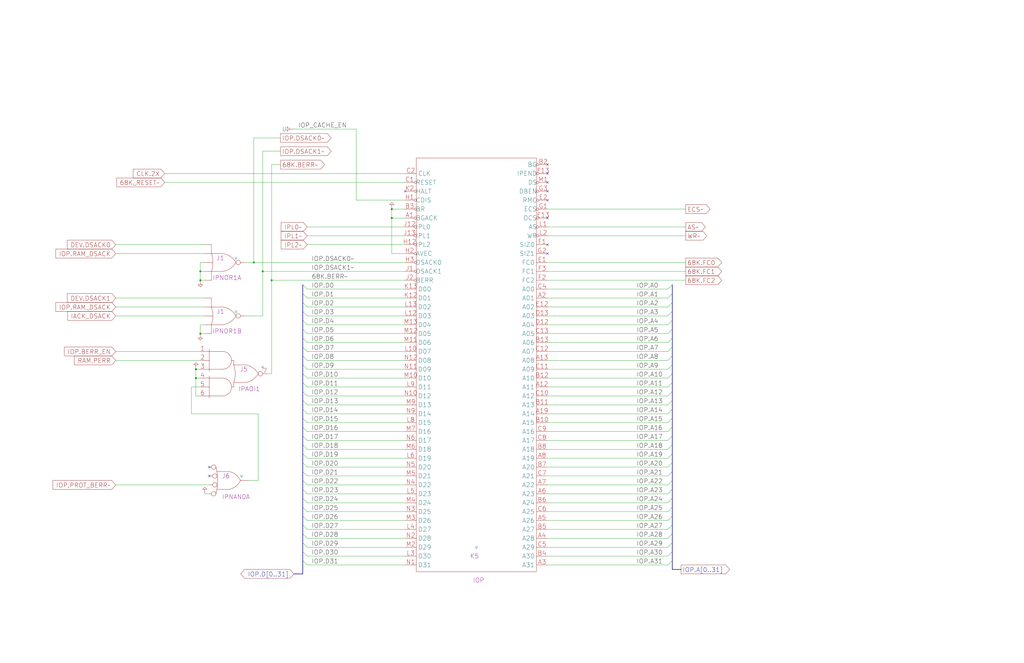
<source format=kicad_sch>
(kicad_sch (version 20220404) (generator eeschema)
  (paper "User" 584.2 378.46)
  (title_block (title "IOP\\n68020") (date "22-SEP-90") (rev "2.0") (comment 1 "IOC") (comment 2 "232-003061") (comment 3 "S400") (comment 4 "RELEASED"))
  (lib_symbols
    (symbol "r1000:68020" (pin_names (offset 1.016))
      (property "Reference" "U" (at 2.54 5.08 0))
      (property "Value" "68020" (at -3.81 -5.08 0))
      (property "Location" "___" (at -1.27 0 0))
      (property "Name" "______" (at 3.81 -15.24 0))
      (symbol "68020_1_1"
        (circle (center -32.385 157.48) (radius 0.635))
        (circle (center -32.385 162.56) (radius 0.635))
        (circle (center -32.385 167.64) (radius 0.635))
        (circle (center -32.385 172.72) (radius 0.635))
        (circle (center -32.385 177.8) (radius 0.635))
        (circle (center -32.385 182.88) (radius 0.635))
        (circle (center -32.385 187.96) (radius 0.635))
        (circle (center -32.385 193.04) (radius 0.635))
        (circle (center -32.385 198.12) (radius 0.635))
        (circle (center -32.385 203.2) (radius 0.635))
        (circle (center -32.385 208.28) (radius 0.635))
        (circle (center -32.385 213.36) (radius 0.635))
        (rectangle (start -31.75 227.33) (end 36.83 -8.89))
        (circle (center 37.465 182.88) (radius 0.635))
        (circle (center 37.465 187.96) (radius 0.635))
        (circle (center 37.465 193.04) (radius 0.635))
        (circle (center 37.465 198.12) (radius 0.635))
        (circle (center 37.465 203.2) (radius 0.635))
        (circle (center 37.465 208.28) (radius 0.635))
        (circle (center 37.465 213.36) (radius 0.635))
        (circle (center 37.465 218.44) (radius 0.635))
        (circle (center 37.465 223.52) (radius 0.635))
        (pin input line (at -38.1 193.04 0) (length 5.08) (name "BGACK") (number "A1"))
        (pin output line (at 43.18 96.52 180) (length 6.35) (name "A11") (number "A12"))
        (pin output line (at 43.18 111.76 180) (length 6.35) (name "A08") (number "A13"))
        (pin output line (at 43.18 81.28 180) (length 6.35) (name "A14") (number "A19"))
        (pin output line (at 43.18 147.32 180) (length 6.35) (name "A01") (number "A2"))
        (pin output line (at 43.18 -5.08 180) (length 6.35) (name "A31") (number "A3"))
        (pin output line (at 43.18 10.16 180) (length 6.35) (name "A28") (number "A4"))
        (pin output line (at 43.18 20.32 180) (length 6.35) (name "A26") (number "A5"))
        (pin output line (at 43.18 35.56 180) (length 6.35) (name "A23") (number "A6"))
        (pin output line (at 43.18 40.64 180) (length 6.35) (name "A22") (number "A7"))
        (pin output line (at 43.18 55.88 180) (length 6.35) (name "A19") (number "A8"))
        (pin output line (at 43.18 76.2 180) (length 6.35) (name "A15") (number "B10"))
        (pin output line (at 43.18 86.36 180) (length 6.35) (name "A13") (number "B11"))
        (pin output line (at 43.18 101.6 180) (length 6.35) (name "A10") (number "B12"))
        (pin output line (at 43.18 121.92 180) (length 6.35) (name "A06") (number "B13"))
        (pin output line (at 43.18 223.52 180) (length 5.08) (name "BG") (number "B2"))
        (pin input line (at -38.1 198.12 0) (length 5.08) (name "BR") (number "B3"))
        (pin output line (at 43.18 0 180) (length 6.35) (name "A30") (number "B4"))
        (pin output line (at 43.18 15.24 180) (length 6.35) (name "A27") (number "B5"))
        (pin output line (at 43.18 30.48 180) (length 6.35) (name "A24") (number "B6"))
        (pin output line (at 43.18 50.8 180) (length 6.35) (name "A20") (number "B7"))
        (pin output line (at 43.18 60.96 180) (length 6.35) (name "A18") (number "B8"))
        (pin input line (at -38.1 213.36 0) (length 5.08) (name "RESET") (number "C1"))
        (pin output line (at 43.18 91.44 180) (length 6.35) (name "A12") (number "C10"))
        (pin output line (at 43.18 106.68 180) (length 6.35) (name "A09") (number "C11"))
        (pin output line (at 43.18 116.84 180) (length 6.35) (name "A07") (number "C12"))
        (pin output line (at 43.18 127 180) (length 6.35) (name "A05") (number "C13"))
        (pin input line (at -38.1 218.44 0) (length 6.35) (name "CLK") (number "C2"))
        (pin output line (at 43.18 152.4 180) (length 6.35) (name "A00") (number "C4"))
        (pin output line (at 43.18 5.08 180) (length 6.35) (name "A29") (number "C5"))
        (pin output line (at 43.18 25.4 180) (length 6.35) (name "A25") (number "C6"))
        (pin output line (at 43.18 45.72 180) (length 6.35) (name "A21") (number "C7"))
        (pin output line (at 43.18 66.04 180) (length 6.35) (name "A17") (number "C8"))
        (pin output line (at 43.18 71.12 180) (length 6.35) (name "A16") (number "C9"))
        (pin output line (at 43.18 132.08 180) (length 6.35) (name "A04") (number "D12"))
        (pin output line (at 43.18 137.16 180) (length 6.35) (name "A03") (number "D13"))
        (pin output line (at 43.18 167.64 180) (length 6.35) (name "FC0") (number "E1"))
        (pin output line (at 43.18 142.24 180) (length 6.35) (name "A02") (number "E12"))
        (pin output line (at 43.18 193.04 180) (length 5.08) (name "OCS") (number "E13"))
        (pin output line (at 43.18 203.2 180) (length 5.08) (name "RMC") (number "E2"))
        (pin output line (at 43.18 177.8 180) (length 6.35) (name "SIZ0") (number "F1"))
        (pin output line (at 43.18 218.44 180) (length 5.08) (name "IPEND") (number "F13"))
        (pin output line (at 43.18 157.48 180) (length 6.35) (name "FC2") (number "F2"))
        (pin output line (at 43.18 162.56 180) (length 6.35) (name "FC1") (number "F3"))
        (pin output line (at 43.18 198.12 180) (length 5.08) (name "ECS") (number "G1"))
        (pin output line (at 43.18 172.72 180) (length 6.35) (name "SIZ1") (number "G2"))
        (pin output line (at 43.18 208.28 180) (length 5.08) (name "DBEN") (number "G3"))
        (pin input line (at -38.1 203.2 0) (length 5.08) (name "CDIS") (number "H1"))
        (pin input line (at -38.1 177.8 0) (length 5.08) (name "IPL2") (number "H12"))
        (pin input line (at -38.1 172.72 0) (length 5.08) (name "AVEC") (number "H2"))
        (pin input line (at -38.1 167.64 0) (length 5.08) (name "DSACK0") (number "H3"))
        (pin input line (at -38.1 162.56 0) (length 5.08) (name "DSACK1") (number "J1"))
        (pin input line (at -38.1 187.96 0) (length 5.08) (name "IPL0") (number "J12"))
        (pin input line (at -38.1 182.88 0) (length 5.08) (name "IPL1") (number "J13"))
        (pin input line (at -38.1 157.48 0) (length 5.08) (name "BERR") (number "J2"))
        (pin bidirectional line (at -38.1 147.32 0) (length 6.35) (name "D01") (number "K12"))
        (pin bidirectional line (at -38.1 152.4 0) (length 6.35) (name "D00") (number "K13"))
        (pin open_collector line (at -38.1 208.28 0) (length 5.08) (name "HALT") (number "K2"))
        (pin output line (at 43.18 187.96 180) (length 5.08) (name "AS") (number "L1"))
        (pin bidirectional line (at -38.1 116.84 0) (length 6.35) (name "D07") (number "L10"))
        (pin bidirectional line (at -38.1 137.16 0) (length 6.35) (name "D03") (number "L12"))
        (pin bidirectional line (at -38.1 142.24 0) (length 6.35) (name "D02") (number "L13"))
        (pin output line (at 43.18 182.88 180) (length 5.08) (name "WR") (number "L2"))
        (pin bidirectional line (at -38.1 0 0) (length 6.35) (name "D30") (number "L3"))
        (pin bidirectional line (at -38.1 15.24 0) (length 6.35) (name "D27") (number "L4"))
        (pin bidirectional line (at -38.1 35.56 0) (length 6.35) (name "D23") (number "L5"))
        (pin bidirectional line (at -38.1 55.88 0) (length 6.35) (name "D19") (number "L6"))
        (pin bidirectional line (at -38.1 76.2 0) (length 6.35) (name "D15") (number "L8"))
        (pin bidirectional line (at -38.1 96.52 0) (length 6.35) (name "D11") (number "L9"))
        (pin output line (at 43.18 213.36 180) (length 5.08) (name "DS") (number "M1"))
        (pin bidirectional line (at -38.1 101.6 0) (length 6.35) (name "D10") (number "M10"))
        (pin bidirectional line (at -38.1 121.92 0) (length 6.35) (name "D06") (number "M11"))
        (pin bidirectional line (at -38.1 127 0) (length 6.35) (name "D05") (number "M12"))
        (pin bidirectional line (at -38.1 132.08 0) (length 6.35) (name "D04") (number "M13"))
        (pin bidirectional line (at -38.1 5.08 0) (length 6.35) (name "D29") (number "M2"))
        (pin bidirectional line (at -38.1 20.32 0) (length 6.35) (name "D26") (number "M3"))
        (pin bidirectional line (at -38.1 30.48 0) (length 6.35) (name "D24") (number "M4"))
        (pin bidirectional line (at -38.1 45.72 0) (length 6.35) (name "D21") (number "M5"))
        (pin bidirectional line (at -38.1 60.96 0) (length 6.35) (name "D18") (number "M6"))
        (pin bidirectional line (at -38.1 71.12 0) (length 6.35) (name "D16") (number "M7"))
        (pin bidirectional line (at -38.1 86.36 0) (length 6.35) (name "D13") (number "M9"))
        (pin bidirectional line (at -38.1 -5.08 0) (length 6.35) (name "D31") (number "N1"))
        (pin bidirectional line (at -38.1 91.44 0) (length 6.35) (name "D12") (number "N10"))
        (pin bidirectional line (at -38.1 106.68 0) (length 6.35) (name "D09") (number "N11"))
        (pin bidirectional line (at -38.1 111.76 0) (length 6.35) (name "D08") (number "N12"))
        (pin bidirectional line (at -38.1 10.16 0) (length 6.35) (name "D28") (number "N2"))
        (pin bidirectional line (at -38.1 25.4 0) (length 6.35) (name "D25") (number "N3"))
        (pin bidirectional line (at -38.1 40.64 0) (length 6.35) (name "D22") (number "N4"))
        (pin bidirectional line (at -38.1 50.8 0) (length 6.35) (name "D20") (number "N5"))
        (pin bidirectional line (at -38.1 66.04 0) (length 6.35) (name "D17") (number "N6"))
        (pin bidirectional line (at -38.1 81.28 0) (length 6.35) (name "D14") (number "N9"))
      )
    )
    (symbol "r1000:F20" (pin_numbers hide) (pin_names hide)
      (property "Reference" "U" (at 8.255 2.54 0))
      (property "Value" "F20" (at -0.635 -2.54 0))
      (property "Location" "___" (at -0.635 2.54 0))
      (property "Name" "______" (at 5.08 -10.795 0))
      (symbol "F20_0_1"
        (polyline (pts (xy -5.08 -5.08) (xy -5.08 -7.62)) (stroke (width 0.1524)))
        (polyline (pts (xy -5.08 5.08) (xy -5.08 -5.08)) (stroke (width 0.1524)))
        (polyline (pts (xy -5.08 7.62) (xy -5.08 5.08)) (stroke (width 0.1524)))
        (polyline (pts (xy 2.54 -5.08) (xy -5.08 -5.08)) (stroke (width 0.1524)))
        (polyline (pts (xy 2.54 5.08) (xy -5.08 5.08)) (stroke (width 0.1524)))
        (arc (start 2.54 -5.08) (mid 7.5882 0) (end 2.54 5.08) (stroke (width 0.1524)))
        (circle (center 8.89 0) (radius 1.27) (stroke (width 0.1524)))
      )
      (symbol "F20_0_2"
        (circle (center -7.62 -7.62) (radius 1.27) (stroke (width 0.1524)))
        (circle (center -7.62 7.62) (radius 1.27) (stroke (width 0.1524)))
        (circle (center -6.985 -2.54) (radius 1.27) (stroke (width 0.1524)))
        (circle (center -6.985 2.54) (radius 1.27) (stroke (width 0.1524)))
        (arc (start -6.35 -7.62) (mid -5.3975 0) (end -6.35 7.62) (stroke (width 0.1524)))
        (polyline (pts (xy -5.715 -5.08) (xy 1.27 -5.08)) (stroke (width 0.1524)))
        (polyline (pts (xy -5.715 5.08) (xy 1.27 5.08)) (stroke (width 0.1524)))
        (arc (start 1.27 -5.08) (mid 5.0518 -3.2985) (end 7.62 0) (stroke (width 0.1524)))
        (arc (start 7.62 0) (mid 5.0518 3.2985) (end 1.27 5.08) (stroke (width 0.1524)))
      )
      (symbol "F20_1_1"
        (pin input line (at -10.16 7.62 0) (length 5.08) (name "D0") (number "1"))
        (pin input line (at -10.16 2.54 0) (length 5.08) (name "D1") (number "2"))
        (pin input line (at -10.16 -2.54 0) (length 5.08) (name "D2") (number "4"))
        (pin input line (at -10.16 -7.62 0) (length 5.08) (name "D3") (number "5"))
        (pin output line (at 12.7 0 180) (length 2.54) (name "Q") (number "6"))
      )
      (symbol "F20_1_2"
        (pin input line (at -10.16 7.62 0) (length 1.27) (name "D0") (number "1"))
        (pin input line (at -10.16 2.54 0) (length 1.905) (name "D1") (number "2"))
        (pin input line (at -10.16 -2.54 0) (length 1.905) (name "D2") (number "4"))
        (pin input line (at -10.16 -7.62 0) (length 1.27) (name "D3") (number "5"))
        (pin output line (at 12.7 0 180) (length 5.08) (name "Q") (number "6"))
      )
    )
    (symbol "r1000:F260" (pin_numbers hide) (pin_names hide)
      (property "Reference" "U" (at 10.16 0 0))
      (property "Value" "F260" (at 1.905 -5.715 0))
      (property "Location" "___" (at 1.27 0 0))
      (property "Name" "______" (at 5.08 -12.7 0))
      (symbol "F260_0_1"
        (arc (start -3.8173 -7.62) (mid -2.9926 -2.54) (end -3.8173 2.54) (stroke (width 0.1524)))
        (polyline (pts (xy -5.08 -7.62) (xy -3.81 -7.62)) (stroke (width 0.1524)))
        (polyline (pts (xy -5.08 -2.54) (xy -3.0226 -2.54)) (stroke (width 0.1524)))
        (polyline (pts (xy -5.08 2.54) (xy -3.81 2.54)) (stroke (width 0.1524)))
        (polyline (pts (xy -3.81 -7.62) (xy 2.54 -7.62)) (stroke (width 0.1524)))
        (polyline (pts (xy -3.81 2.54) (xy 2.54 2.54)) (stroke (width 0.1524)))
        (polyline (pts (xy -5.08 -12.7) (xy -3.81 -12.7) (xy -3.81 -7.62)) (stroke (width 0.1524)))
        (polyline (pts (xy -5.08 7.62) (xy -3.81 7.62) (xy -3.81 2.54)) (stroke (width 0.1524)))
        (arc (start 2.54 -7.62) (mid 6.9504 -5.9805) (end 10.16 -2.54) (stroke (width 0.1524)))
        (arc (start 10.16 -2.54) (mid 6.9516 0.9024) (end 2.54 2.54) (stroke (width 0.1524)))
        (circle (center 11.43 -2.54) (radius 1.27) (stroke (width 0.1524)))
      )
      (symbol "F260_0_2"
        (circle (center -6.35 -12.7) (radius 1.27) (stroke (width 0.1524)))
        (circle (center -6.35 -7.62) (radius 1.27) (stroke (width 0.1524)))
        (circle (center -6.35 -2.54) (radius 1.27) (stroke (width 0.1524)))
        (circle (center -6.35 2.54) (radius 1.27) (stroke (width 0.1524)))
        (circle (center -6.35 7.62) (radius 1.27) (stroke (width 0.1524)))
        (polyline (pts (xy -5.08 -13.97) (xy -5.08 8.89)) (stroke (width 0.1524)))
        (polyline (pts (xy -5.08 -7.62) (xy 2.54 -7.62)) (stroke (width 0.1524)))
        (polyline (pts (xy -5.08 2.54) (xy 2.54 2.54)) (stroke (width 0.1524)))
        (arc (start 2.54 2.54) (mid -1.0521 -6.1321) (end 7.62 -2.54) (stroke (width 0.1524)))
        (arc (start 7.62 -2.54) (mid -1.0521 1.0521) (end 2.54 -7.62) (stroke (width 0.1524)))
      )
      (symbol "F260_1_1"
        (pin input line (at -7.62 -2.54 0) (length 2.54) (name "D2") (number "1"))
        (pin input line (at -7.62 7.62 0) (length 2.54) (name "D0") (number "12"))
        (pin input line (at -7.62 2.54 0) (length 2.54) (name "D1") (number "13"))
        (pin input line (at -7.62 -7.62 0) (length 2.54) (name "D3") (number "2"))
        (pin input line (at -7.62 -12.7 0) (length 2.54) (name "D4") (number "3"))
        (pin output line (at 15.24 -2.54 180) (length 2.54) (name "Q") (number "5"))
      )
      (symbol "F260_1_2"
        (pin input line (at -7.62 -2.54 0) (length 0) (name "D2") (number "1"))
        (pin input line (at -7.62 7.62 0) (length 0) (name "D0") (number "12"))
        (pin input line (at -7.62 2.54 0) (length 0) (name "D1") (number "13"))
        (pin input line (at -7.62 -7.62 0) (length 0) (name "D3") (number "2"))
        (pin input line (at -7.62 -12.7 0) (length 0) (name "D4") (number "3"))
        (pin output line (at 15.24 -2.54 180) (length 7.62) (name "Q") (number "5"))
      )
    )
    (symbol "r1000:F51" (pin_names hide)
      (property "Reference" "U" (at 12.7 1.27 0))
      (property "Value" "F51" (at 1.905 -5.08 0))
      (property "Location" "___" (at 1.905 0 0))
      (property "Name" "______" (at 5.08 -12.7 0))
      (symbol "F51_0_0"
        (arc (start -10.16 -15.24) (mid -6.5679 -13.7521) (end -5.08 -10.16) (stroke (width 0.1524)))
        (arc (start -10.16 0) (mid -6.5679 1.4879) (end -5.08 5.08) (stroke (width 0.1524)))
        (arc (start -5.08 -10.16) (mid -6.5679 -6.5679) (end -10.16 -5.08) (stroke (width 0.1524)))
        (arc (start -5.08 5.08) (mid -6.5679 8.6721) (end -10.16 10.16) (stroke (width 0.1524)))
        (arc (start -3.8173 -7.62) (mid -2.9926 -2.54) (end -3.8173 2.54) (stroke (width 0.1524)))
        (polyline (pts (xy -20.32 -15.24) (xy -17.78 -15.24)) (stroke (width 0.1524)))
        (polyline (pts (xy -20.32 -10.16) (xy -17.78 -10.16)) (stroke (width 0.1524)))
        (polyline (pts (xy -20.32 -5.08) (xy -17.78 -5.08)) (stroke (width 0.1524)))
        (polyline (pts (xy -20.32 0) (xy -17.78 0)) (stroke (width 0.1524)))
        (polyline (pts (xy -20.32 5.08) (xy -17.78 5.08)) (stroke (width 0.1524)))
        (polyline (pts (xy -20.32 10.16) (xy -17.78 10.16)) (stroke (width 0.1524)))
        (polyline (pts (xy -17.78 -3.81) (xy -17.78 -16.51)) (stroke (width 0.1524)))
        (polyline (pts (xy -17.78 11.43) (xy -17.78 -1.27)) (stroke (width 0.1524)))
        (polyline (pts (xy -10.16 -15.24) (xy -17.78 -15.24)) (stroke (width 0.1524)))
        (polyline (pts (xy -10.16 -5.08) (xy -17.78 -5.08)) (stroke (width 0.1524)))
        (polyline (pts (xy -10.16 0) (xy -17.78 0)) (stroke (width 0.1524)))
        (polyline (pts (xy -10.16 10.16) (xy -17.78 10.16)) (stroke (width 0.1524)))
        (polyline (pts (xy -3.81 -7.62) (xy 2.54 -7.62)) (stroke (width 0.1524)))
        (polyline (pts (xy -3.81 2.54) (xy 2.54 2.54)) (stroke (width 0.1524)))
        (polyline (pts (xy -5.08 -10.16) (xy -3.81 -10.16) (xy -3.81 -7.62)) (stroke (width 0.1524)))
        (polyline (pts (xy -5.08 5.08) (xy -3.81 5.08) (xy -3.81 2.54)) (stroke (width 0.1524)))
        (arc (start 2.54 -7.62) (mid 6.9504 -5.9805) (end 10.16 -2.54) (stroke (width 0.1524)))
        (arc (start 10.16 -2.54) (mid 6.9516 0.9024) (end 2.54 2.54) (stroke (width 0.1524)))
        (circle (center 11.43 -2.54) (radius 1.27) (stroke (width 0.1524)))
      )
      (symbol "F51_1_1"
        (pin input line (at -22.86 10.16 0) (length 2.54) (name "A1") (number "1"))
        (pin input line (at -22.86 5.08 0) (length 2.54) (name "A2") (number "2"))
        (pin input line (at -22.86 0 0) (length 2.54) (name "A3") (number "3"))
        (pin input line (at -22.86 -5.08 0) (length 2.54) (name "B1") (number "4"))
        (pin input line (at -22.86 -10.16 0) (length 2.54) (name "B2") (number "5"))
        (pin input line (at -22.86 -15.24 0) (length 2.54) (name "B3") (number "6"))
        (pin output line (at 15.24 -2.54 180) (length 2.54) (name "Q") (number "7"))
      )
    )
    (symbol "r1000:GB" (pin_numbers hide) (pin_names (offset 0) hide)
      (property "Reference" "GB" (at 3.81 0 0))
      (symbol "GB_0_1"
        (polyline (pts (xy 2.54 0) (xy 3.81 1.27) (xy 3.81 -1.27) (xy 2.54 0)) (stroke (width 0.1524)))
      )
      (symbol "GB_1_1"
        (pin bidirectional line (at 0 0 0) (length 2.54) (name "") (number "1"))
      )
    )
    (symbol "r1000:PD" (power) (pin_numbers hide) (pin_names hide) (in_bom no)
      (symbol "PD_0_1"
        (polyline (pts (xy 0 -2.54) (xy 1.27 -2.54) (xy 0 -3.81) (xy -1.27 -2.54) (xy 0 -2.54)) (stroke (width 0.1524)))
      )
      (symbol "PD_1_1"
        (pin power_in line (at 0 0 270) (length 2.54) (name "PD") (number "1"))
      )
    )
    (symbol "r1000:PU" (power) (pin_numbers hide) (pin_names hide)
      (symbol "PU_0_1"
        (polyline (pts (xy 0 2.54) (xy -1.27 2.54) (xy 0 3.81) (xy 1.27 2.54) (xy 0 2.54)) (stroke (width 0.1524)))
      )
      (symbol "PU_1_1"
        (pin power_in line (at 0 0 90) (length 2.54) (name "PU") (number "1"))
      )
    )
  )
  (junction (at 223.52 124.46))
  (junction (at 149.86 154.94))
  (junction (at 144.78 149.86))
  (junction (at 154.94 160.02))
  (junction (at 114.3 190.5))
  (junction (at 114.3 160.02))
  (junction (at 111.76 210.82))
  (junction (at 114.3 154.94))
  (junction (at 223.52 119.38))
  (junction (at 111.76 215.9))
  (no_connect (at 231.14 109.22))
  (no_connect (at 312.42 114.3))
  (no_connect (at 312.42 93.98))
  (no_connect (at 312.42 109.22))
  (no_connect (at 312.42 104.14))
  (no_connect (at 312.42 124.46))
  (no_connect (at 312.42 139.7))
  (no_connect (at 312.42 144.78))
  (no_connect (at 119.38 266.7))
  (no_connect (at 119.38 271.78))
  (no_connect (at 312.42 99.06))
  (bus_entry (at 383.54 320.04) (size -2.54 2.54))
  (bus_entry (at 383.54 203.2) (size -2.54 2.54))
  (bus_entry (at 383.54 193.04) (size -2.54 2.54))
  (bus_entry (at 172.72 177.8) (size 2.54 2.54))
  (bus_entry (at 172.72 279.4) (size 2.54 2.54))
  (bus_entry (at 383.54 228.6) (size -2.54 2.54))
  (bus_entry (at 383.54 187.96) (size -2.54 2.54))
  (bus_entry (at 383.54 299.72) (size -2.54 2.54))
  (bus_entry (at 383.54 167.64) (size -2.54 2.54))
  (bus_entry (at 172.72 198.12) (size 2.54 2.54))
  (bus_entry (at 172.72 314.96) (size 2.54 2.54))
  (bus_entry (at 383.54 309.88) (size -2.54 2.54))
  (bus_entry (at 172.72 172.72) (size 2.54 2.54))
  (bus_entry (at 383.54 172.72) (size -2.54 2.54))
  (bus_entry (at 383.54 289.56) (size -2.54 2.54))
  (bus_entry (at 172.72 187.96) (size 2.54 2.54))
  (bus_entry (at 383.54 182.88) (size -2.54 2.54))
  (bus_entry (at 383.54 254) (size -2.54 2.54))
  (bus_entry (at 383.54 304.8) (size -2.54 2.54))
  (bus_entry (at 172.72 304.8) (size 2.54 2.54))
  (bus_entry (at 172.72 294.64) (size 2.54 2.54))
  (bus_entry (at 172.72 193.04) (size 2.54 2.54))
  (bus_entry (at 383.54 248.92) (size -2.54 2.54))
  (bus_entry (at 172.72 320.04) (size 2.54 2.54))
  (bus_entry (at 172.72 309.88) (size 2.54 2.54))
  (bus_entry (at 172.72 182.88) (size 2.54 2.54))
  (bus_entry (at 383.54 259.08) (size -2.54 2.54))
  (bus_entry (at 383.54 238.76) (size -2.54 2.54))
  (bus_entry (at 383.54 243.84) (size -2.54 2.54))
  (bus_entry (at 383.54 269.24) (size -2.54 2.54))
  (bus_entry (at 383.54 208.28) (size -2.54 2.54))
  (bus_entry (at 383.54 177.8) (size -2.54 2.54))
  (bus_entry (at 172.72 208.28) (size 2.54 2.54))
  (bus_entry (at 383.54 213.36) (size -2.54 2.54))
  (bus_entry (at 383.54 162.56) (size -2.54 2.54))
  (bus_entry (at 172.72 233.68) (size 2.54 2.54))
  (bus_entry (at 383.54 274.32) (size -2.54 2.54))
  (bus_entry (at 172.72 203.2) (size 2.54 2.54))
  (bus_entry (at 172.72 259.08) (size 2.54 2.54))
  (bus_entry (at 172.72 269.24) (size 2.54 2.54))
  (bus_entry (at 172.72 248.92) (size 2.54 2.54))
  (bus_entry (at 383.54 218.44) (size -2.54 2.54))
  (bus_entry (at 383.54 284.48) (size -2.54 2.54))
  (bus_entry (at 383.54 198.12) (size -2.54 2.54))
  (bus_entry (at 383.54 223.52) (size -2.54 2.54))
  (bus_entry (at 383.54 294.64) (size -2.54 2.54))
  (bus_entry (at 383.54 279.4) (size -2.54 2.54))
  (bus_entry (at 172.72 274.32) (size 2.54 2.54))
  (bus_entry (at 172.72 243.84) (size 2.54 2.54))
  (bus_entry (at 172.72 284.48) (size 2.54 2.54))
  (bus_entry (at 172.72 299.72) (size 2.54 2.54))
  (bus_entry (at 172.72 289.56) (size 2.54 2.54))
  (bus_entry (at 172.72 213.36) (size 2.54 2.54))
  (bus_entry (at 172.72 223.52) (size 2.54 2.54))
  (bus_entry (at 172.72 218.44) (size 2.54 2.54))
  (bus_entry (at 172.72 254) (size 2.54 2.54))
  (bus_entry (at 383.54 264.16) (size -2.54 2.54))
  (bus_entry (at 383.54 233.68) (size -2.54 2.54))
  (bus_entry (at 172.72 264.16) (size 2.54 2.54))
  (bus_entry (at 172.72 167.64) (size 2.54 2.54))
  (bus_entry (at 172.72 228.6) (size 2.54 2.54))
  (bus_entry (at 172.72 162.56) (size 2.54 2.54))
  (bus_entry (at 383.54 314.96) (size -2.54 2.54))
  (bus_entry (at 172.72 238.76) (size 2.54 2.54))
  (wire (pts (xy 111.76 215.9) (xy 114.3 215.9)))
  (bus (pts (xy 383.54 279.4) (xy 383.54 284.48)))
  (bus (pts (xy 383.54 259.08) (xy 383.54 264.16)))
  (wire (pts (xy 203.2 114.3) (xy 231.14 114.3)))
  (wire (pts (xy 175.26 241.3) (xy 231.14 241.3)))
  (wire (pts (xy 312.42 266.7) (xy 381 266.7)))
  (wire (pts (xy 175.26 190.5) (xy 231.14 190.5)))
  (wire (pts (xy 312.42 180.34) (xy 381 180.34)))
  (wire (pts (xy 175.26 281.94) (xy 231.14 281.94)))
  (bus (pts (xy 383.54 213.36) (xy 383.54 218.44)))
  (bus (pts (xy 172.72 182.88) (xy 172.72 187.96)))
  (wire (pts (xy 175.26 200.66) (xy 231.14 200.66)))
  (wire (pts (xy 312.42 160.02) (xy 391.16 160.02)))
  (bus (pts (xy 383.54 269.24) (xy 383.54 274.32)))
  (wire (pts (xy 175.26 246.38) (xy 231.14 246.38)))
  (wire (pts (xy 312.42 200.66) (xy 381 200.66)))
  (bus (pts (xy 172.72 198.12) (xy 172.72 203.2)))
  (wire (pts (xy 66.04 180.34) (xy 116.84 180.34)))
  (wire (pts (xy 144.78 78.74) (xy 160.02 78.74)))
  (wire (pts (xy 312.42 165.1) (xy 381 165.1)))
  (wire (pts (xy 175.26 322.58) (xy 231.14 322.58)))
  (bus (pts (xy 383.54 294.64) (xy 383.54 299.72)))
  (wire (pts (xy 152.4 213.36) (xy 154.94 213.36)))
  (wire (pts (xy 312.42 317.5) (xy 381 317.5)))
  (bus (pts (xy 383.54 172.72) (xy 383.54 177.8)))
  (wire (pts (xy 312.42 175.26) (xy 381 175.26)))
  (bus (pts (xy 383.54 284.48) (xy 383.54 289.56)))
  (wire (pts (xy 175.26 297.18) (xy 231.14 297.18)))
  (wire (pts (xy 312.42 302.26) (xy 381 302.26)))
  (bus (pts (xy 383.54 208.28) (xy 383.54 213.36)))
  (wire (pts (xy 312.42 246.38) (xy 381 246.38)))
  (wire (pts (xy 175.26 195.58) (xy 231.14 195.58)))
  (wire (pts (xy 312.42 226.06) (xy 381 226.06)))
  (bus (pts (xy 172.72 172.72) (xy 172.72 177.8)))
  (bus (pts (xy 383.54 320.04) (xy 383.54 325.12)))
  (wire (pts (xy 312.42 312.42) (xy 381 312.42)))
  (bus (pts (xy 172.72 264.16) (xy 172.72 269.24)))
  (wire (pts (xy 154.94 160.02) (xy 154.94 213.36)))
  (wire (pts (xy 154.94 93.98) (xy 160.02 93.98)))
  (wire (pts (xy 175.26 129.54) (xy 231.14 129.54)))
  (bus (pts (xy 172.72 309.88) (xy 172.72 314.96)))
  (bus (pts (xy 172.72 193.04) (xy 172.72 198.12)))
  (bus (pts (xy 172.72 243.84) (xy 172.72 248.92)))
  (wire (pts (xy 312.42 322.58) (xy 381 322.58)))
  (wire (pts (xy 312.42 251.46) (xy 381 251.46)))
  (wire (pts (xy 175.26 185.42) (xy 231.14 185.42)))
  (bus (pts (xy 383.54 243.84) (xy 383.54 248.92)))
  (bus (pts (xy 383.54 264.16) (xy 383.54 269.24)))
  (bus (pts (xy 172.72 233.68) (xy 172.72 238.76)))
  (bus (pts (xy 172.72 259.08) (xy 172.72 264.16)))
  (wire (pts (xy 312.42 281.94) (xy 381 281.94)))
  (wire (pts (xy 175.26 271.78) (xy 231.14 271.78)))
  (wire (pts (xy 66.04 200.66) (xy 114.3 200.66)))
  (wire (pts (xy 111.76 226.06) (xy 111.76 215.9)))
  (bus (pts (xy 172.72 228.6) (xy 172.72 233.68)))
  (wire (pts (xy 312.42 205.74) (xy 381 205.74)))
  (bus (pts (xy 383.54 289.56) (xy 383.54 294.64)))
  (wire (pts (xy 203.2 73.66) (xy 203.2 114.3)))
  (bus (pts (xy 383.54 218.44) (xy 383.54 223.52)))
  (wire (pts (xy 175.26 139.7) (xy 231.14 139.7)))
  (bus (pts (xy 172.72 304.8) (xy 172.72 309.88)))
  (bus (pts (xy 383.54 309.88) (xy 383.54 314.96)))
  (bus (pts (xy 383.54 238.76) (xy 383.54 243.84)))
  (wire (pts (xy 114.3 160.02) (xy 116.84 160.02)))
  (wire (pts (xy 175.26 251.46) (xy 231.14 251.46)))
  (wire (pts (xy 175.26 205.74) (xy 231.14 205.74)))
  (bus (pts (xy 172.72 177.8) (xy 172.72 182.88)))
  (wire (pts (xy 175.26 276.86) (xy 231.14 276.86)))
  (bus (pts (xy 172.72 274.32) (xy 172.72 279.4)))
  (wire (pts (xy 116.84 154.94) (xy 114.3 154.94)))
  (wire (pts (xy 175.26 261.62) (xy 231.14 261.62)))
  (bus (pts (xy 383.54 254) (xy 383.54 259.08)))
  (wire (pts (xy 114.3 149.86) (xy 114.3 154.94)))
  (bus (pts (xy 383.54 274.32) (xy 383.54 279.4)))
  (wire (pts (xy 175.26 231.14) (xy 231.14 231.14)))
  (bus (pts (xy 172.72 254) (xy 172.72 259.08)))
  (wire (pts (xy 109.22 220.98) (xy 109.22 236.22)))
  (wire (pts (xy 312.42 261.62) (xy 381 261.62)))
  (wire (pts (xy 175.26 175.26) (xy 231.14 175.26)))
  (wire (pts (xy 312.42 241.3) (xy 381 241.3)))
  (bus (pts (xy 172.72 284.48) (xy 172.72 289.56)))
  (bus (pts (xy 172.72 187.96) (xy 172.72 193.04)))
  (wire (pts (xy 149.86 154.94) (xy 149.86 86.36)))
  (wire (pts (xy 312.42 195.58) (xy 381 195.58)))
  (wire (pts (xy 149.86 86.36) (xy 160.02 86.36)))
  (wire (pts (xy 114.3 226.06) (xy 111.76 226.06)))
  (wire (pts (xy 149.86 180.34) (xy 149.86 154.94)))
  (wire (pts (xy 114.3 220.98) (xy 109.22 220.98)))
  (wire (pts (xy 312.42 129.54) (xy 391.16 129.54)))
  (wire (pts (xy 114.3 154.94) (xy 114.3 160.02)))
  (bus (pts (xy 383.54 203.2) (xy 383.54 208.28)))
  (bus (pts (xy 172.72 289.56) (xy 172.72 294.64)))
  (bus (pts (xy 383.54 177.8) (xy 383.54 182.88)))
  (wire (pts (xy 116.84 185.42) (xy 114.3 185.42)))
  (bus (pts (xy 383.54 182.88) (xy 383.54 187.96)))
  (wire (pts (xy 66.04 139.7) (xy 116.84 139.7)))
  (bus (pts (xy 383.54 223.52) (xy 383.54 228.6)))
  (bus (pts (xy 172.72 213.36) (xy 172.72 218.44)))
  (wire (pts (xy 175.26 236.22) (xy 231.14 236.22)))
  (bus (pts (xy 383.54 193.04) (xy 383.54 198.12)))
  (wire (pts (xy 114.3 190.5) (xy 116.84 190.5)))
  (wire (pts (xy 66.04 276.86) (xy 119.38 276.86)))
  (bus (pts (xy 172.72 299.72) (xy 172.72 304.8)))
  (bus (pts (xy 383.54 314.96) (xy 383.54 320.04)))
  (wire (pts (xy 312.42 210.82) (xy 381 210.82)))
  (bus (pts (xy 172.72 248.92) (xy 172.72 254)))
  (wire (pts (xy 223.52 124.46) (xy 223.52 144.78)))
  (wire (pts (xy 66.04 144.78) (xy 116.84 144.78)))
  (wire (pts (xy 144.78 149.86) (xy 231.14 149.86)))
  (bus (pts (xy 172.72 269.24) (xy 172.72 274.32)))
  (bus (pts (xy 172.72 218.44) (xy 172.72 223.52)))
  (wire (pts (xy 223.52 144.78) (xy 231.14 144.78)))
  (bus (pts (xy 172.72 238.76) (xy 172.72 243.84)))
  (wire (pts (xy 144.78 149.86) (xy 144.78 78.74)))
  (wire (pts (xy 149.86 154.94) (xy 231.14 154.94)))
  (wire (pts (xy 154.94 160.02) (xy 154.94 93.98)))
  (bus (pts (xy 383.54 299.72) (xy 383.54 304.8)))
  (wire (pts (xy 93.98 99.06) (xy 231.14 99.06)))
  (wire (pts (xy 175.26 226.06) (xy 231.14 226.06)))
  (wire (pts (xy 175.26 210.82) (xy 231.14 210.82)))
  (bus (pts (xy 172.72 314.96) (xy 172.72 320.04)))
  (wire (pts (xy 312.42 215.9) (xy 381 215.9)))
  (wire (pts (xy 175.26 287.02) (xy 231.14 287.02)))
  (wire (pts (xy 175.26 312.42) (xy 231.14 312.42)))
  (wire (pts (xy 312.42 190.5) (xy 381 190.5)))
  (wire (pts (xy 175.26 165.1) (xy 231.14 165.1)))
  (bus (pts (xy 383.54 187.96) (xy 383.54 193.04)))
  (wire (pts (xy 175.26 317.5) (xy 231.14 317.5)))
  (wire (pts (xy 312.42 236.22) (xy 381 236.22)))
  (wire (pts (xy 223.52 119.38) (xy 231.14 119.38)))
  (wire (pts (xy 175.26 302.26) (xy 231.14 302.26)))
  (bus (pts (xy 172.72 203.2) (xy 172.72 208.28)))
  (wire (pts (xy 93.98 104.14) (xy 231.14 104.14)))
  (wire (pts (xy 147.32 236.22) (xy 147.32 274.32)))
  (wire (pts (xy 312.42 287.02) (xy 381 287.02)))
  (bus (pts (xy 172.72 162.56) (xy 172.72 167.64)))
  (wire (pts (xy 312.42 276.86) (xy 381 276.86)))
  (wire (pts (xy 175.26 215.9) (xy 231.14 215.9)))
  (wire (pts (xy 312.42 256.54) (xy 381 256.54)))
  (wire (pts (xy 312.42 292.1) (xy 381 292.1)))
  (wire (pts (xy 312.42 119.38) (xy 391.16 119.38)))
  (wire (pts (xy 312.42 170.18) (xy 381 170.18)))
  (wire (pts (xy 114.3 185.42) (xy 114.3 190.5)))
  (bus (pts (xy 167.64 327.66) (xy 172.72 327.66)))
  (bus (pts (xy 383.54 162.56) (xy 383.54 167.64)))
  (wire (pts (xy 175.26 220.98) (xy 231.14 220.98)))
  (bus (pts (xy 383.54 248.92) (xy 383.54 254)))
  (wire (pts (xy 175.26 134.62) (xy 231.14 134.62)))
  (wire (pts (xy 139.7 149.86) (xy 144.78 149.86)))
  (bus (pts (xy 383.54 228.6) (xy 383.54 233.68)))
  (wire (pts (xy 312.42 307.34) (xy 381 307.34)))
  (bus (pts (xy 383.54 167.64) (xy 383.54 172.72)))
  (wire (pts (xy 312.42 297.18) (xy 381 297.18)))
  (wire (pts (xy 66.04 175.26) (xy 116.84 175.26)))
  (wire (pts (xy 116.84 149.86) (xy 114.3 149.86)))
  (wire (pts (xy 312.42 154.94) (xy 391.16 154.94)))
  (bus (pts (xy 172.72 294.64) (xy 172.72 299.72)))
  (bus (pts (xy 383.54 304.8) (xy 383.54 309.88)))
  (wire (pts (xy 111.76 210.82) (xy 114.3 210.82)))
  (wire (pts (xy 223.52 124.46) (xy 231.14 124.46)))
  (wire (pts (xy 66.04 205.74) (xy 114.3 205.74)))
  (bus (pts (xy 383.54 325.12) (xy 388.62 325.12)))
  (wire (pts (xy 147.32 274.32) (xy 142.24 274.32)))
  (wire (pts (xy 312.42 134.62) (xy 391.16 134.62)))
  (wire (pts (xy 66.04 170.18) (xy 116.84 170.18)))
  (wire (pts (xy 175.26 170.18) (xy 231.14 170.18)))
  (bus (pts (xy 172.72 223.52) (xy 172.72 228.6)))
  (wire (pts (xy 312.42 185.42) (xy 381 185.42)))
  (wire (pts (xy 175.26 307.34) (xy 231.14 307.34)))
  (bus (pts (xy 172.72 320.04) (xy 172.72 327.66)))
  (wire (pts (xy 312.42 271.78) (xy 381 271.78)))
  (bus (pts (xy 172.72 167.64) (xy 172.72 172.72)))
  (wire (pts (xy 109.22 236.22) (xy 147.32 236.22)))
  (bus (pts (xy 383.54 198.12) (xy 383.54 203.2)))
  (wire (pts (xy 175.26 266.7) (xy 231.14 266.7)))
  (bus (pts (xy 172.72 279.4) (xy 172.72 284.48)))
  (bus (pts (xy 172.72 208.28) (xy 172.72 213.36)))
  (wire (pts (xy 223.52 119.38) (xy 223.52 124.46)))
  (bus (pts (xy 383.54 233.68) (xy 383.54 238.76)))
  (wire (pts (xy 139.7 180.34) (xy 149.86 180.34)))
  (wire (pts (xy 111.76 215.9) (xy 111.76 210.82)))
  (wire (pts (xy 175.26 256.54) (xy 231.14 256.54)))
  (wire (pts (xy 167.64 73.66) (xy 203.2 73.66)))
  (wire (pts (xy 116.84 281.94) (xy 119.38 281.94)))
  (wire (pts (xy 175.26 180.34) (xy 231.14 180.34)))
  (wire (pts (xy 312.42 231.14) (xy 381 231.14)))
  (wire (pts (xy 312.42 220.98) (xy 381 220.98)))
  (wire (pts (xy 154.94 160.02) (xy 231.14 160.02)))
  (wire (pts (xy 312.42 149.86) (xy 391.16 149.86)))
  (wire (pts (xy 175.26 292.1) (xy 231.14 292.1)))
  (label "IOP.D17" (at 177.8 251.46 0) (effects (font (size 2.54 2.54))))
  (label "IOP.D19" (at 177.8 261.62 0) (effects (font (size 2.54 2.54))))
  (label "IOP.A22" (at 363.22 276.86 0) (effects (font (size 2.54 2.54))))
  (label "IOP.D4" (at 177.8 185.42 0) (effects (font (size 2.54 2.54))))
  (label "IOP.DSACK1~" (at 177.8 154.94 0) (effects (font (size 2.54 2.54))))
  (label "IOP.A12" (at 363.22 226.06 0) (effects (font (size 2.54 2.54))))
  (label "IOP.D29" (at 177.8 312.42 0) (effects (font (size 2.54 2.54))))
  (label "IOP.A29" (at 363.22 312.42 0) (effects (font (size 2.54 2.54))))
  (label "IOP.A7" (at 363.22 200.66 0) (effects (font (size 2.54 2.54))))
  (label "IOP.A1" (at 363.22 170.18 0) (effects (font (size 2.54 2.54))))
  (label "IOP.D11" (at 177.8 220.98 0) (effects (font (size 2.54 2.54))))
  (label "IOP.A9" (at 363.22 210.82 0) (effects (font (size 2.54 2.54))))
  (label "IOP.D31" (at 177.8 322.58 0) (effects (font (size 2.54 2.54))))
  (label "IOP.D5" (at 177.8 190.5 0) (effects (font (size 2.54 2.54))))
  (label "IOP_CACHE_EN" (at 170.18 73.66 0) (effects (font (size 2.54 2.54))))
  (label "IOP.D9" (at 177.8 210.82 0) (effects (font (size 2.54 2.54))))
  (label "IOP.A11" (at 363.22 220.98 0) (effects (font (size 2.54 2.54))))
  (label "IOP.A0" (at 363.22 165.1 0) (effects (font (size 2.54 2.54))))
  (label "IOP.A14" (at 363.22 236.22 0) (effects (font (size 2.54 2.54))))
  (label "IOP.A5" (at 363.22 190.5 0) (effects (font (size 2.54 2.54))))
  (label "IOP.DSACK0~" (at 177.8 149.86 0) (effects (font (size 2.54 2.54))))
  (label "IOP.A30" (at 363.22 317.5 0) (effects (font (size 2.54 2.54))))
  (label "IOP.A20" (at 363.22 266.7 0) (effects (font (size 2.54 2.54))))
  (label "IOP.D6" (at 177.8 195.58 0) (effects (font (size 2.54 2.54))))
  (label "IOP.D16" (at 177.8 246.38 0) (effects (font (size 2.54 2.54))))
  (label "IOP.D8" (at 177.8 205.74 0) (effects (font (size 2.54 2.54))))
  (label "IOP.D26" (at 177.8 297.18 0) (effects (font (size 2.54 2.54))))
  (label "IOP.A8" (at 363.22 205.74 0) (effects (font (size 2.54 2.54))))
  (label "IOP.A15" (at 363.22 241.3 0) (effects (font (size 2.54 2.54))))
  (label "IOP.A31" (at 363.22 322.58 0) (effects (font (size 2.54 2.54))))
  (label "IOP.D30" (at 177.8 317.5 0) (effects (font (size 2.54 2.54))))
  (label "IOP.D24" (at 177.8 287.02 0) (effects (font (size 2.54 2.54))))
  (label "IOP.D28" (at 177.8 307.34 0) (effects (font (size 2.54 2.54))))
  (label "IOP.D2" (at 177.8 175.26 0) (effects (font (size 2.54 2.54))))
  (label "IOP.A18" (at 363.22 256.54 0) (effects (font (size 2.54 2.54))))
  (label "IOP.A25" (at 363.22 292.1 0) (effects (font (size 2.54 2.54))))
  (label "IOP.D15" (at 177.8 241.3 0) (effects (font (size 2.54 2.54))))
  (label "IOP.D21" (at 177.8 271.78 0) (effects (font (size 2.54 2.54))))
  (label "IOP.A21" (at 363.22 271.78 0) (effects (font (size 2.54 2.54))))
  (label "IOP.D10" (at 177.8 215.9 0) (effects (font (size 2.54 2.54))))
  (label "IOP.A19" (at 363.22 261.62 0) (effects (font (size 2.54 2.54))))
  (label "IOP.A3" (at 363.22 180.34 0) (effects (font (size 2.54 2.54))))
  (label "IOP.A23" (at 363.22 281.94 0) (effects (font (size 2.54 2.54))))
  (label "IOP.D23" (at 177.8 281.94 0) (effects (font (size 2.54 2.54))))
  (label "IOP.D13" (at 177.8 231.14 0) (effects (font (size 2.54 2.54))))
  (label "IOP.A6" (at 363.22 195.58 0) (effects (font (size 2.54 2.54))))
  (label "IOP.D25" (at 177.8 292.1 0) (effects (font (size 2.54 2.54))))
  (label "IOP.D27" (at 177.8 302.26 0) (effects (font (size 2.54 2.54))))
  (label "IOP.A10" (at 363.22 215.9 0) (effects (font (size 2.54 2.54))))
  (label "IOP.D12" (at 177.8 226.06 0) (effects (font (size 2.54 2.54))))
  (label "68K.BERR~" (at 177.8 160.02 0) (effects (font (size 2.54 2.54))))
  (label "IOP.D7" (at 177.8 200.66 0) (effects (font (size 2.54 2.54))))
  (label "IOP.A2" (at 363.22 175.26 0) (effects (font (size 2.54 2.54))))
  (label "IOP.A24" (at 363.22 287.02 0) (effects (font (size 2.54 2.54))))
  (label "IOP.D1" (at 177.8 170.18 0) (effects (font (size 2.54 2.54))))
  (label "IOP.D20" (at 177.8 266.7 0) (effects (font (size 2.54 2.54))))
  (label "IOP.D18" (at 177.8 256.54 0) (effects (font (size 2.54 2.54))))
  (label "IOP.A26" (at 363.22 297.18 0) (effects (font (size 2.54 2.54))))
  (label "IOP.A16" (at 363.22 246.38 0) (effects (font (size 2.54 2.54))))
  (label "IOP.A28" (at 363.22 307.34 0) (effects (font (size 2.54 2.54))))
  (label "IOP.A4" (at 363.22 185.42 0) (effects (font (size 2.54 2.54))))
  (label "IOP.D14" (at 177.8 236.22 0) (effects (font (size 2.54 2.54))))
  (label "IOP.A13" (at 363.22 231.14 0) (effects (font (size 2.54 2.54))))
  (label "IOP.D3" (at 177.8 180.34 0) (effects (font (size 2.54 2.54))))
  (label "IOP.D22" (at 177.8 276.86 0) (effects (font (size 2.54 2.54))))
  (label "IOP.D0" (at 177.8 165.1 0) (effects (font (size 2.54 2.54))))
  (label "IOP.A27" (at 363.22 302.26 0) (effects (font (size 2.54 2.54))))
  (label "IOP.A17" (at 363.22 251.46 0) (effects (font (size 2.54 2.54))))
  (global_label "IOP.BERR_EN" (shape input) (at 66.04 200.66 180) (effects (font (size 2.54 2.54))) (property "Intersheet References" "${INTERSHEET_REFS}" (at 36.4006 200.5013 0) (effects (font (size 1.905 1.905)) (justify right))))
  (global_label "IOP.DSACK0~" (shape output) (at 160.02 78.74 0) (effects (font (size 2.54 2.54))) (property "Intersheet References" "${INTERSHEET_REFS}" (at 190.2641 78.5813 0) (effects (font (size 1.905 1.905)) (justify left))))
  (global_label "IOP.PROT_BERR~" (shape input) (at 66.04 276.86 180) (effects (font (size 2.54 2.54))) (property "Intersheet References" "${INTERSHEET_REFS}" (at 29.8692 276.7013 0) (effects (font (size 1.905 1.905)) (justify right))))
  (global_label "IOP.RAM_DSACK" (shape input) (at 66.04 144.78 180) (effects (font (size 2.54 2.54))) (property "Intersheet References" "${INTERSHEET_REFS}" (at 31.4416 144.6213 0) (effects (font (size 1.905 1.905)) (justify right))))
  (global_label "IPL2~" (shape input) (at 175.26 139.7 180) (effects (font (size 2.54 2.54))) (property "Intersheet References" "${INTERSHEET_REFS}" (at 160.014 139.5413 0) (effects (font (size 1.905 1.905)) (justify right))))
  (global_label "DEV.DSACK0" (shape input) (at 66.04 139.7 180) (effects (font (size 2.54 2.54))) (property "Intersheet References" "${INTERSHEET_REFS}" (at 37.973 139.5413 0) (effects (font (size 1.905 1.905)) (justify right))))
  (global_label "DEV.DSACK1" (shape input) (at 66.04 170.18 180) (effects (font (size 2.54 2.54))) (property "Intersheet References" "${INTERSHEET_REFS}" (at 37.973 170.0213 0) (effects (font (size 1.905 1.905)) (justify right))))
  (global_label "ECS~" (shape output) (at 391.16 119.38 0) (effects (font (size 2.54 2.54))) (property "Intersheet References" "${INTERSHEET_REFS}" (at 405.4384 119.2213 0) (effects (font (size 1.905 1.905)) (justify left))))
  (global_label "68K.BERR~" (shape output) (at 160.02 93.98 0) (effects (font (size 2.54 2.54))) (property "Intersheet References" "${INTERSHEET_REFS}" (at 185.547 93.8213 0) (effects (font (size 1.905 1.905)) (justify left))))
  (global_label "WR~" (shape output) (at 391.16 134.62 0) (effects (font (size 2.54 2.54))) (property "Intersheet References" "${INTERSHEET_REFS}" (at 403.6241 134.4613 0) (effects (font (size 1.905 1.905)) (justify left))))
  (global_label "IPL0~" (shape input) (at 175.26 129.54 180) (effects (font (size 2.54 2.54))) (property "Intersheet References" "${INTERSHEET_REFS}" (at 160.014 129.3813 0) (effects (font (size 1.905 1.905)) (justify right))))
  (global_label "RAM.PERR" (shape input) (at 66.04 205.74 180) (effects (font (size 2.54 2.54))) (property "Intersheet References" "${INTERSHEET_REFS}" (at 42.0854 205.5813 0) (effects (font (size 1.905 1.905)) (justify right))))
  (global_label "IPL1~" (shape input) (at 175.26 134.62 180) (effects (font (size 2.54 2.54))) (property "Intersheet References" "${INTERSHEET_REFS}" (at 160.014 134.4613 0) (effects (font (size 1.905 1.905)) (justify right))))
  (global_label "68K.FC1" (shape output) (at 391.16 154.94 0) (effects (font (size 2.54 2.54))) (property "Intersheet References" "${INTERSHEET_REFS}" (at 412.0908 154.7813 0) (effects (font (size 1.905 1.905)) (justify left))))
  (global_label "IOP.DSACK1~" (shape output) (at 160.02 86.36 0) (effects (font (size 2.54 2.54))) (property "Intersheet References" "${INTERSHEET_REFS}" (at 190.2641 86.2013 0) (effects (font (size 1.905 1.905)) (justify left))))
  (global_label "IOP.RAM_DSACK" (shape input) (at 66.04 175.26 180) (effects (font (size 2.54 2.54))) (property "Intersheet References" "${INTERSHEET_REFS}" (at 31.4416 175.1013 0) (effects (font (size 1.905 1.905)) (justify right))))
  (global_label "IOP.D[0..31]" (shape bidirectional) (at 167.64 327.66 180) (effects (font (size 2.54 2.54))) (property "Intersheet References" "${INTERSHEET_REFS}" (at 138.2425 327.5013 0) (effects (font (size 1.905 1.905)) (justify right))))
  (global_label "68K_RESET~" (shape input) (at 93.98 104.14 180) (effects (font (size 2.54 2.54))) (property "Intersheet References" "${INTERSHEET_REFS}" (at 66.1549 103.9813 0) (effects (font (size 1.905 1.905)) (justify right))))
  (global_label "68K.FC0" (shape output) (at 391.16 149.86 0) (effects (font (size 2.54 2.54))) (property "Intersheet References" "${INTERSHEET_REFS}" (at 412.0908 149.7013 0) (effects (font (size 1.905 1.905)) (justify left))))
  (global_label "AS~" (shape output) (at 391.16 129.54 0) (effects (font (size 2.54 2.54))) (property "Intersheet References" "${INTERSHEET_REFS}" (at 402.7775 129.3813 0) (effects (font (size 1.905 1.905)) (justify left))))
  (global_label "CLK.2X" (shape input) (at 93.98 99.06 180) (effects (font (size 2.54 2.54))) (property "Intersheet References" "${INTERSHEET_REFS}" (at 69.4206 98.9013 0) (effects (font (size 1.905 1.905)) (justify right))))
  (global_label "IACK_DSACK" (shape input) (at 66.04 180.34 180) (effects (font (size 2.54 2.54))) (property "Intersheet References" "${INTERSHEET_REFS}" (at 38.2149 180.1813 0) (effects (font (size 1.905 1.905)) (justify right))))
  (global_label "IOP.A[0..31]" (shape output) (at 388.5245 325.12 0) (effects (font (size 2.54 2.54))) (property "Intersheet References" "${INTERSHEET_REFS}" (at 417.5591 324.9613 0) (effects (font (size 1.905 1.905)) (justify left))))
  (global_label "68K.FC2" (shape output) (at 391.16 160.02 0) (effects (font (size 2.54 2.54))) (property "Intersheet References" "${INTERSHEET_REFS}" (at 412.0908 159.8613 0) (effects (font (size 1.905 1.905)) (justify left))))
  (symbol (lib_id "r1000:GB") (at 167.64 73.66 0) (mirror y) (unit 1)
    (default_instance (reference "U") (unit 1) (value "") (footprint ""))
    (property "Reference" "U" (at 163.83 73.66 0) (effects (font (size 2.54 2.54)) (justify left)))
  )
  (symbol (lib_id "r1000:F20") (at 129.54 274.32 0) (unit 1) (convert 2)
    (default_instance (reference "U") (unit 1) (value "") (footprint ""))
    (property "Reference" "U" (at 137.795 271.78 0))
    (property "Location" "J6" (at 128.905 271.78 0) (effects (font (size 2.54 2.54))))
    (property "Name" "IPNAN0A" (at 134.62 285.115 0) (effects (font (size 2.54 2.54)) (justify bottom)))
  )
  (symbol (lib_id "r1000:F260") (at 124.46 147.32 0) (unit 1)
    (default_instance (reference "U") (unit 1) (value "") (footprint ""))
    (property "Reference" "U" (at 134.62 147.32 0))
    (property "Location" "J1" (at 125.73 147.32 0) (effects (font (size 2.54 2.54))))
    (property "Name" "IPNOR1A" (at 129.54 160.02 0) (effects (font (size 2.54 2.54)) (justify bottom)))
  )
  (symbol (lib_id "r1000:PU") (at 111.76 210.82 0) (unit 1)
    (default_instance (reference "U") (unit 1) (value "") (footprint ""))
    (property "Reference" "U" (effects hide))
  )
  (symbol (lib_id "r1000:F260") (at 124.46 177.8 0) (unit 1)
    (default_instance (reference "U") (unit 1) (value "") (footprint ""))
    (property "Reference" "U" (at 134.62 177.8 0))
    (property "Location" "J1" (at 125.73 177.8 0) (effects (font (size 2.54 2.54))))
    (property "Name" "IPNOR1B" (at 129.54 190.5 0) (effects (font (size 2.54 2.54)) (justify bottom)))
  )
  (symbol (lib_id "r1000:F51") (at 137.16 210.82 0) (unit 1)
    (default_instance (reference "U") (unit 1) (value "") (footprint ""))
    (property "Reference" "U" (at 149.86 209.55 0))
    (property "Location" "J5" (at 139.065 210.82 0) (effects (font (size 2.54 2.54))))
    (property "Name" "IPAOI1" (at 142.24 223.52 0) (effects (font (size 2.54 2.54)) (justify bottom)))
  )
  (symbol (lib_id "r1000:PU") (at 116.84 281.94 0) (unit 1)
    (default_instance (reference "U") (unit 1) (value "") (footprint ""))
    (property "Reference" "U" (effects hide))
  )
  (symbol (lib_id "r1000:PU") (at 223.52 119.38 0) (unit 1)
    (default_instance (reference "U") (unit 1) (value "") (footprint ""))
    (property "Reference" "U" (effects hide))
  )
  (symbol (lib_id "r1000:PD") (at 114.3 160.02 0) (unit 1) (in_bom no)
    (default_instance (reference "U") (unit 1) (value "") (footprint ""))
    (property "Reference" "U" (effects hide))
  )
  (symbol (lib_id "r1000:PD") (at 114.3 190.5 0) (unit 1) (in_bom no)
    (default_instance (reference "U") (unit 1) (value "") (footprint ""))
    (property "Reference" "U" (effects hide))
  )
  (symbol (lib_id "r1000:68020") (at 269.24 317.5 0) (unit 1)
    (default_instance (reference "U") (unit 1) (value "") (footprint ""))
    (property "Reference" "U" (at 271.78 312.42 0))
    (property "Location" "K5" (at 267.97 317.5 0) (effects (font (size 2.54 2.54)) (justify left)))
    (property "Name" "IOP" (at 273.05 332.74 0) (effects (font (size 2.54 2.54)) (justify bottom)))
  )
)
</source>
